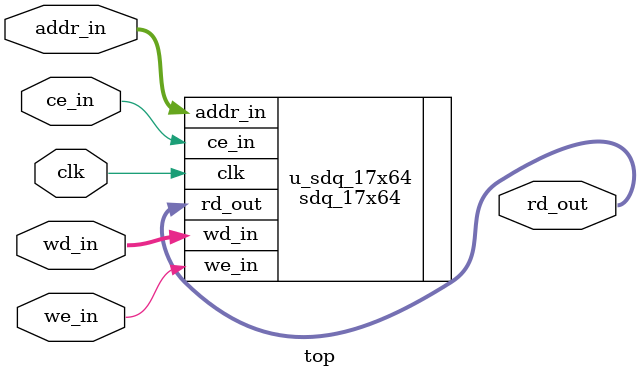
<source format=v>
module top (
    input [16:0] addr_in,
    input we_in,
    input [63:0] wd_in,
    output [63:0] rd_out,
    input clk,
    input ce_in
  );
  sdq_17x64 u_sdq_17x64 (
    .rd_out(rd_out),
    .addr_in(addr_in),
    .we_in(we_in),
    .wd_in(wd_in),
    .clk(clk),
    .ce_in(ce_in)
  );
endmodule

</source>
